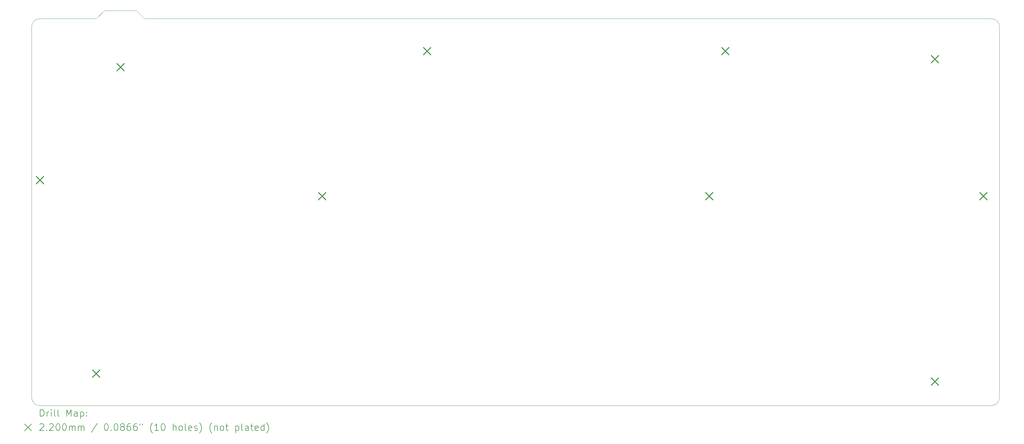
<source format=gbr>
%FSLAX45Y45*%
G04 Gerber Fmt 4.5, Leading zero omitted, Abs format (unit mm)*
G04 Created by KiCad (PCBNEW (6.0.5-0)) date 2022-07-25 23:23:21*
%MOMM*%
%LPD*%
G01*
G04 APERTURE LIST*
%TA.AperFunction,Profile*%
%ADD10C,0.100000*%
%TD*%
%ADD11C,0.200000*%
%ADD12C,0.220000*%
G04 APERTURE END LIST*
D10*
X4048125Y-1905000D02*
X3810000Y-2143125D01*
X30241875Y-13573125D02*
X2143125Y-13573125D01*
X5000625Y-1905000D02*
X5238750Y-2143125D01*
X4048125Y-1905000D02*
X5000625Y-1905000D01*
X30480005Y-2381250D02*
G75*
G03*
X30241875Y-2143125I-238135J-10D01*
G01*
X1905000Y-13335000D02*
X1905000Y-2381250D01*
X5238750Y-2143125D02*
X30241875Y-2143125D01*
X2143125Y-2143125D02*
X3810000Y-2143125D01*
X2143125Y-2143125D02*
G75*
G03*
X1905000Y-2381250I0J-238125D01*
G01*
X1905000Y-13335000D02*
G75*
G03*
X2143125Y-13573125I238125J0D01*
G01*
X30480000Y-2381250D02*
X30480000Y-13335000D01*
X30241875Y-13573120D02*
G75*
G03*
X30480000Y-13335000I-5J238130D01*
G01*
D11*
D12*
X2033125Y-6795625D02*
X2253125Y-7015625D01*
X2253125Y-6795625D02*
X2033125Y-7015625D01*
X3700000Y-12510625D02*
X3920000Y-12730625D01*
X3920000Y-12510625D02*
X3700000Y-12730625D01*
X4414375Y-3461875D02*
X4634375Y-3681875D01*
X4634375Y-3461875D02*
X4414375Y-3681875D01*
X10367500Y-7271875D02*
X10587500Y-7491875D01*
X10587500Y-7271875D02*
X10367500Y-7491875D01*
X13463125Y-2985625D02*
X13683125Y-3205625D01*
X13683125Y-2985625D02*
X13463125Y-3205625D01*
X21797500Y-7271875D02*
X22017500Y-7491875D01*
X22017500Y-7271875D02*
X21797500Y-7491875D01*
X22273750Y-2985625D02*
X22493750Y-3205625D01*
X22493750Y-2985625D02*
X22273750Y-3205625D01*
X28465000Y-3223750D02*
X28685000Y-3443750D01*
X28685000Y-3223750D02*
X28465000Y-3443750D01*
X28465000Y-12748750D02*
X28685000Y-12968750D01*
X28685000Y-12748750D02*
X28465000Y-12968750D01*
X29893750Y-7271875D02*
X30113750Y-7491875D01*
X30113750Y-7271875D02*
X29893750Y-7491875D01*
D11*
X2157619Y-13888601D02*
X2157619Y-13688601D01*
X2205238Y-13688601D01*
X2233810Y-13698125D01*
X2252857Y-13717173D01*
X2262381Y-13736220D01*
X2271905Y-13774315D01*
X2271905Y-13802887D01*
X2262381Y-13840982D01*
X2252857Y-13860030D01*
X2233810Y-13879077D01*
X2205238Y-13888601D01*
X2157619Y-13888601D01*
X2357619Y-13888601D02*
X2357619Y-13755268D01*
X2357619Y-13793363D02*
X2367143Y-13774315D01*
X2376667Y-13764792D01*
X2395714Y-13755268D01*
X2414762Y-13755268D01*
X2481429Y-13888601D02*
X2481429Y-13755268D01*
X2481429Y-13688601D02*
X2471905Y-13698125D01*
X2481429Y-13707649D01*
X2490952Y-13698125D01*
X2481429Y-13688601D01*
X2481429Y-13707649D01*
X2605238Y-13888601D02*
X2586190Y-13879077D01*
X2576667Y-13860030D01*
X2576667Y-13688601D01*
X2710000Y-13888601D02*
X2690952Y-13879077D01*
X2681429Y-13860030D01*
X2681429Y-13688601D01*
X2938571Y-13888601D02*
X2938571Y-13688601D01*
X3005238Y-13831458D01*
X3071905Y-13688601D01*
X3071905Y-13888601D01*
X3252857Y-13888601D02*
X3252857Y-13783839D01*
X3243333Y-13764792D01*
X3224286Y-13755268D01*
X3186190Y-13755268D01*
X3167143Y-13764792D01*
X3252857Y-13879077D02*
X3233809Y-13888601D01*
X3186190Y-13888601D01*
X3167143Y-13879077D01*
X3157619Y-13860030D01*
X3157619Y-13840982D01*
X3167143Y-13821934D01*
X3186190Y-13812411D01*
X3233809Y-13812411D01*
X3252857Y-13802887D01*
X3348095Y-13755268D02*
X3348095Y-13955268D01*
X3348095Y-13764792D02*
X3367143Y-13755268D01*
X3405238Y-13755268D01*
X3424286Y-13764792D01*
X3433809Y-13774315D01*
X3443333Y-13793363D01*
X3443333Y-13850506D01*
X3433809Y-13869553D01*
X3424286Y-13879077D01*
X3405238Y-13888601D01*
X3367143Y-13888601D01*
X3348095Y-13879077D01*
X3529048Y-13869553D02*
X3538571Y-13879077D01*
X3529048Y-13888601D01*
X3519524Y-13879077D01*
X3529048Y-13869553D01*
X3529048Y-13888601D01*
X3529048Y-13764792D02*
X3538571Y-13774315D01*
X3529048Y-13783839D01*
X3519524Y-13774315D01*
X3529048Y-13764792D01*
X3529048Y-13783839D01*
X1700000Y-14118125D02*
X1900000Y-14318125D01*
X1900000Y-14118125D02*
X1700000Y-14318125D01*
X2148095Y-14127649D02*
X2157619Y-14118125D01*
X2176667Y-14108601D01*
X2224286Y-14108601D01*
X2243333Y-14118125D01*
X2252857Y-14127649D01*
X2262381Y-14146696D01*
X2262381Y-14165744D01*
X2252857Y-14194315D01*
X2138571Y-14308601D01*
X2262381Y-14308601D01*
X2348095Y-14289553D02*
X2357619Y-14299077D01*
X2348095Y-14308601D01*
X2338571Y-14299077D01*
X2348095Y-14289553D01*
X2348095Y-14308601D01*
X2433810Y-14127649D02*
X2443333Y-14118125D01*
X2462381Y-14108601D01*
X2510000Y-14108601D01*
X2529048Y-14118125D01*
X2538571Y-14127649D01*
X2548095Y-14146696D01*
X2548095Y-14165744D01*
X2538571Y-14194315D01*
X2424286Y-14308601D01*
X2548095Y-14308601D01*
X2671905Y-14108601D02*
X2690952Y-14108601D01*
X2710000Y-14118125D01*
X2719524Y-14127649D01*
X2729048Y-14146696D01*
X2738571Y-14184792D01*
X2738571Y-14232411D01*
X2729048Y-14270506D01*
X2719524Y-14289553D01*
X2710000Y-14299077D01*
X2690952Y-14308601D01*
X2671905Y-14308601D01*
X2652857Y-14299077D01*
X2643333Y-14289553D01*
X2633810Y-14270506D01*
X2624286Y-14232411D01*
X2624286Y-14184792D01*
X2633810Y-14146696D01*
X2643333Y-14127649D01*
X2652857Y-14118125D01*
X2671905Y-14108601D01*
X2862381Y-14108601D02*
X2881428Y-14108601D01*
X2900476Y-14118125D01*
X2910000Y-14127649D01*
X2919524Y-14146696D01*
X2929048Y-14184792D01*
X2929048Y-14232411D01*
X2919524Y-14270506D01*
X2910000Y-14289553D01*
X2900476Y-14299077D01*
X2881428Y-14308601D01*
X2862381Y-14308601D01*
X2843333Y-14299077D01*
X2833809Y-14289553D01*
X2824286Y-14270506D01*
X2814762Y-14232411D01*
X2814762Y-14184792D01*
X2824286Y-14146696D01*
X2833809Y-14127649D01*
X2843333Y-14118125D01*
X2862381Y-14108601D01*
X3014762Y-14308601D02*
X3014762Y-14175268D01*
X3014762Y-14194315D02*
X3024286Y-14184792D01*
X3043333Y-14175268D01*
X3071905Y-14175268D01*
X3090952Y-14184792D01*
X3100476Y-14203839D01*
X3100476Y-14308601D01*
X3100476Y-14203839D02*
X3110000Y-14184792D01*
X3129048Y-14175268D01*
X3157619Y-14175268D01*
X3176667Y-14184792D01*
X3186190Y-14203839D01*
X3186190Y-14308601D01*
X3281428Y-14308601D02*
X3281428Y-14175268D01*
X3281428Y-14194315D02*
X3290952Y-14184792D01*
X3310000Y-14175268D01*
X3338571Y-14175268D01*
X3357619Y-14184792D01*
X3367143Y-14203839D01*
X3367143Y-14308601D01*
X3367143Y-14203839D02*
X3376667Y-14184792D01*
X3395714Y-14175268D01*
X3424286Y-14175268D01*
X3443333Y-14184792D01*
X3452857Y-14203839D01*
X3452857Y-14308601D01*
X3843333Y-14099077D02*
X3671905Y-14356220D01*
X4100476Y-14108601D02*
X4119524Y-14108601D01*
X4138571Y-14118125D01*
X4148095Y-14127649D01*
X4157619Y-14146696D01*
X4167143Y-14184792D01*
X4167143Y-14232411D01*
X4157619Y-14270506D01*
X4148095Y-14289553D01*
X4138571Y-14299077D01*
X4119524Y-14308601D01*
X4100476Y-14308601D01*
X4081428Y-14299077D01*
X4071905Y-14289553D01*
X4062381Y-14270506D01*
X4052857Y-14232411D01*
X4052857Y-14184792D01*
X4062381Y-14146696D01*
X4071905Y-14127649D01*
X4081428Y-14118125D01*
X4100476Y-14108601D01*
X4252857Y-14289553D02*
X4262381Y-14299077D01*
X4252857Y-14308601D01*
X4243333Y-14299077D01*
X4252857Y-14289553D01*
X4252857Y-14308601D01*
X4386190Y-14108601D02*
X4405238Y-14108601D01*
X4424286Y-14118125D01*
X4433810Y-14127649D01*
X4443333Y-14146696D01*
X4452857Y-14184792D01*
X4452857Y-14232411D01*
X4443333Y-14270506D01*
X4433810Y-14289553D01*
X4424286Y-14299077D01*
X4405238Y-14308601D01*
X4386190Y-14308601D01*
X4367143Y-14299077D01*
X4357619Y-14289553D01*
X4348095Y-14270506D01*
X4338571Y-14232411D01*
X4338571Y-14184792D01*
X4348095Y-14146696D01*
X4357619Y-14127649D01*
X4367143Y-14118125D01*
X4386190Y-14108601D01*
X4567143Y-14194315D02*
X4548095Y-14184792D01*
X4538571Y-14175268D01*
X4529048Y-14156220D01*
X4529048Y-14146696D01*
X4538571Y-14127649D01*
X4548095Y-14118125D01*
X4567143Y-14108601D01*
X4605238Y-14108601D01*
X4624286Y-14118125D01*
X4633810Y-14127649D01*
X4643333Y-14146696D01*
X4643333Y-14156220D01*
X4633810Y-14175268D01*
X4624286Y-14184792D01*
X4605238Y-14194315D01*
X4567143Y-14194315D01*
X4548095Y-14203839D01*
X4538571Y-14213363D01*
X4529048Y-14232411D01*
X4529048Y-14270506D01*
X4538571Y-14289553D01*
X4548095Y-14299077D01*
X4567143Y-14308601D01*
X4605238Y-14308601D01*
X4624286Y-14299077D01*
X4633810Y-14289553D01*
X4643333Y-14270506D01*
X4643333Y-14232411D01*
X4633810Y-14213363D01*
X4624286Y-14203839D01*
X4605238Y-14194315D01*
X4814762Y-14108601D02*
X4776667Y-14108601D01*
X4757619Y-14118125D01*
X4748095Y-14127649D01*
X4729048Y-14156220D01*
X4719524Y-14194315D01*
X4719524Y-14270506D01*
X4729048Y-14289553D01*
X4738571Y-14299077D01*
X4757619Y-14308601D01*
X4795714Y-14308601D01*
X4814762Y-14299077D01*
X4824286Y-14289553D01*
X4833810Y-14270506D01*
X4833810Y-14222887D01*
X4824286Y-14203839D01*
X4814762Y-14194315D01*
X4795714Y-14184792D01*
X4757619Y-14184792D01*
X4738571Y-14194315D01*
X4729048Y-14203839D01*
X4719524Y-14222887D01*
X5005238Y-14108601D02*
X4967143Y-14108601D01*
X4948095Y-14118125D01*
X4938571Y-14127649D01*
X4919524Y-14156220D01*
X4910000Y-14194315D01*
X4910000Y-14270506D01*
X4919524Y-14289553D01*
X4929048Y-14299077D01*
X4948095Y-14308601D01*
X4986190Y-14308601D01*
X5005238Y-14299077D01*
X5014762Y-14289553D01*
X5024286Y-14270506D01*
X5024286Y-14222887D01*
X5014762Y-14203839D01*
X5005238Y-14194315D01*
X4986190Y-14184792D01*
X4948095Y-14184792D01*
X4929048Y-14194315D01*
X4919524Y-14203839D01*
X4910000Y-14222887D01*
X5100476Y-14108601D02*
X5100476Y-14146696D01*
X5176667Y-14108601D02*
X5176667Y-14146696D01*
X5471905Y-14384792D02*
X5462381Y-14375268D01*
X5443333Y-14346696D01*
X5433810Y-14327649D01*
X5424286Y-14299077D01*
X5414762Y-14251458D01*
X5414762Y-14213363D01*
X5424286Y-14165744D01*
X5433810Y-14137173D01*
X5443333Y-14118125D01*
X5462381Y-14089553D01*
X5471905Y-14080030D01*
X5652857Y-14308601D02*
X5538571Y-14308601D01*
X5595714Y-14308601D02*
X5595714Y-14108601D01*
X5576667Y-14137173D01*
X5557619Y-14156220D01*
X5538571Y-14165744D01*
X5776667Y-14108601D02*
X5795714Y-14108601D01*
X5814762Y-14118125D01*
X5824286Y-14127649D01*
X5833809Y-14146696D01*
X5843333Y-14184792D01*
X5843333Y-14232411D01*
X5833809Y-14270506D01*
X5824286Y-14289553D01*
X5814762Y-14299077D01*
X5795714Y-14308601D01*
X5776667Y-14308601D01*
X5757619Y-14299077D01*
X5748095Y-14289553D01*
X5738571Y-14270506D01*
X5729048Y-14232411D01*
X5729048Y-14184792D01*
X5738571Y-14146696D01*
X5748095Y-14127649D01*
X5757619Y-14118125D01*
X5776667Y-14108601D01*
X6081428Y-14308601D02*
X6081428Y-14108601D01*
X6167143Y-14308601D02*
X6167143Y-14203839D01*
X6157619Y-14184792D01*
X6138571Y-14175268D01*
X6110000Y-14175268D01*
X6090952Y-14184792D01*
X6081428Y-14194315D01*
X6290952Y-14308601D02*
X6271905Y-14299077D01*
X6262381Y-14289553D01*
X6252857Y-14270506D01*
X6252857Y-14213363D01*
X6262381Y-14194315D01*
X6271905Y-14184792D01*
X6290952Y-14175268D01*
X6319524Y-14175268D01*
X6338571Y-14184792D01*
X6348095Y-14194315D01*
X6357619Y-14213363D01*
X6357619Y-14270506D01*
X6348095Y-14289553D01*
X6338571Y-14299077D01*
X6319524Y-14308601D01*
X6290952Y-14308601D01*
X6471905Y-14308601D02*
X6452857Y-14299077D01*
X6443333Y-14280030D01*
X6443333Y-14108601D01*
X6624286Y-14299077D02*
X6605238Y-14308601D01*
X6567143Y-14308601D01*
X6548095Y-14299077D01*
X6538571Y-14280030D01*
X6538571Y-14203839D01*
X6548095Y-14184792D01*
X6567143Y-14175268D01*
X6605238Y-14175268D01*
X6624286Y-14184792D01*
X6633809Y-14203839D01*
X6633809Y-14222887D01*
X6538571Y-14241934D01*
X6710000Y-14299077D02*
X6729048Y-14308601D01*
X6767143Y-14308601D01*
X6786190Y-14299077D01*
X6795714Y-14280030D01*
X6795714Y-14270506D01*
X6786190Y-14251458D01*
X6767143Y-14241934D01*
X6738571Y-14241934D01*
X6719524Y-14232411D01*
X6710000Y-14213363D01*
X6710000Y-14203839D01*
X6719524Y-14184792D01*
X6738571Y-14175268D01*
X6767143Y-14175268D01*
X6786190Y-14184792D01*
X6862381Y-14384792D02*
X6871905Y-14375268D01*
X6890952Y-14346696D01*
X6900476Y-14327649D01*
X6910000Y-14299077D01*
X6919524Y-14251458D01*
X6919524Y-14213363D01*
X6910000Y-14165744D01*
X6900476Y-14137173D01*
X6890952Y-14118125D01*
X6871905Y-14089553D01*
X6862381Y-14080030D01*
X7224286Y-14384792D02*
X7214762Y-14375268D01*
X7195714Y-14346696D01*
X7186190Y-14327649D01*
X7176667Y-14299077D01*
X7167143Y-14251458D01*
X7167143Y-14213363D01*
X7176667Y-14165744D01*
X7186190Y-14137173D01*
X7195714Y-14118125D01*
X7214762Y-14089553D01*
X7224286Y-14080030D01*
X7300476Y-14175268D02*
X7300476Y-14308601D01*
X7300476Y-14194315D02*
X7310000Y-14184792D01*
X7329048Y-14175268D01*
X7357619Y-14175268D01*
X7376667Y-14184792D01*
X7386190Y-14203839D01*
X7386190Y-14308601D01*
X7510000Y-14308601D02*
X7490952Y-14299077D01*
X7481428Y-14289553D01*
X7471905Y-14270506D01*
X7471905Y-14213363D01*
X7481428Y-14194315D01*
X7490952Y-14184792D01*
X7510000Y-14175268D01*
X7538571Y-14175268D01*
X7557619Y-14184792D01*
X7567143Y-14194315D01*
X7576667Y-14213363D01*
X7576667Y-14270506D01*
X7567143Y-14289553D01*
X7557619Y-14299077D01*
X7538571Y-14308601D01*
X7510000Y-14308601D01*
X7633809Y-14175268D02*
X7710000Y-14175268D01*
X7662381Y-14108601D02*
X7662381Y-14280030D01*
X7671905Y-14299077D01*
X7690952Y-14308601D01*
X7710000Y-14308601D01*
X7929048Y-14175268D02*
X7929048Y-14375268D01*
X7929048Y-14184792D02*
X7948095Y-14175268D01*
X7986190Y-14175268D01*
X8005238Y-14184792D01*
X8014762Y-14194315D01*
X8024286Y-14213363D01*
X8024286Y-14270506D01*
X8014762Y-14289553D01*
X8005238Y-14299077D01*
X7986190Y-14308601D01*
X7948095Y-14308601D01*
X7929048Y-14299077D01*
X8138571Y-14308601D02*
X8119524Y-14299077D01*
X8110000Y-14280030D01*
X8110000Y-14108601D01*
X8300476Y-14308601D02*
X8300476Y-14203839D01*
X8290952Y-14184792D01*
X8271905Y-14175268D01*
X8233809Y-14175268D01*
X8214762Y-14184792D01*
X8300476Y-14299077D02*
X8281428Y-14308601D01*
X8233809Y-14308601D01*
X8214762Y-14299077D01*
X8205238Y-14280030D01*
X8205238Y-14260982D01*
X8214762Y-14241934D01*
X8233809Y-14232411D01*
X8281428Y-14232411D01*
X8300476Y-14222887D01*
X8367143Y-14175268D02*
X8443333Y-14175268D01*
X8395714Y-14108601D02*
X8395714Y-14280030D01*
X8405238Y-14299077D01*
X8424286Y-14308601D01*
X8443333Y-14308601D01*
X8586190Y-14299077D02*
X8567143Y-14308601D01*
X8529048Y-14308601D01*
X8510000Y-14299077D01*
X8500476Y-14280030D01*
X8500476Y-14203839D01*
X8510000Y-14184792D01*
X8529048Y-14175268D01*
X8567143Y-14175268D01*
X8586190Y-14184792D01*
X8595714Y-14203839D01*
X8595714Y-14222887D01*
X8500476Y-14241934D01*
X8767143Y-14308601D02*
X8767143Y-14108601D01*
X8767143Y-14299077D02*
X8748095Y-14308601D01*
X8710000Y-14308601D01*
X8690952Y-14299077D01*
X8681429Y-14289553D01*
X8671905Y-14270506D01*
X8671905Y-14213363D01*
X8681429Y-14194315D01*
X8690952Y-14184792D01*
X8710000Y-14175268D01*
X8748095Y-14175268D01*
X8767143Y-14184792D01*
X8843333Y-14384792D02*
X8852857Y-14375268D01*
X8871905Y-14346696D01*
X8881429Y-14327649D01*
X8890952Y-14299077D01*
X8900476Y-14251458D01*
X8900476Y-14213363D01*
X8890952Y-14165744D01*
X8881429Y-14137173D01*
X8871905Y-14118125D01*
X8852857Y-14089553D01*
X8843333Y-14080030D01*
M02*

</source>
